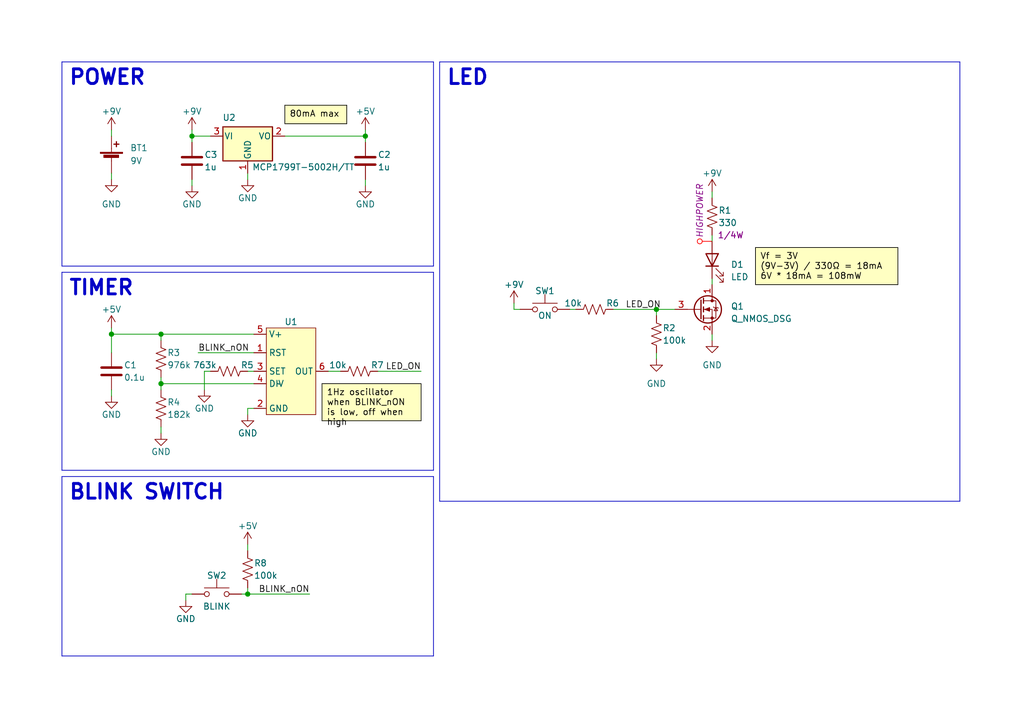
<source format=kicad_sch>
(kicad_sch (version 20230121) (generator eeschema)
  (paper "A5")
  (title_block (title "PCB_Flashlight") (rev "0") (company "Jasper Rubin"))
  (lib_symbols
    (symbol "Device:Battery_Cell" (pin_numbers hide) (pin_names (offset 0) hide)
      (property "Reference" "BT" (at 2.54 2.54 0))
      (property "Value" "Battery_Cell" (at 2.54 0 0))
      (symbol "Battery_Cell_0_1"
        (rectangle (start -2.286 1.778) (end 2.286 1.524) (fill (type outline)))
        (rectangle (start -1.5748 1.1938) (end 1.4732 0.6858) (fill (type outline)))
        (polyline (pts (xy 0 0.762) (xy 0 0)))
        (polyline (pts (xy 0 1.778) (xy 0 2.54)))
        (polyline (pts (xy 0.508 3.429) (xy 1.524 3.429)) (stroke (width 0.254)))
        (polyline (pts (xy 1.016 3.937) (xy 1.016 2.921)) (stroke (width 0.254)))
      )
      (symbol "Battery_Cell_1_1"
        (pin passive line (at 0 5.08 270) (length 2.54) (name "+") (number "1"))
        (pin passive line (at 0 -2.54 90) (length 2.54) (name "-") (number "2"))
      )
    )
    (symbol "Device:C" (pin_numbers hide) (pin_names (offset 0.254))
      (property "Reference" "C" (at 0.635 2.54 0))
      (property "Value" "C" (at 0.635 -2.54 0))
      (symbol "C_0_1"
        (polyline (pts (xy -2.032 -0.762) (xy 2.032 -0.762)) (stroke (width 0.508)))
        (polyline (pts (xy -2.032 0.762) (xy 2.032 0.762)) (stroke (width 0.508)))
      )
      (symbol "C_1_1"
        (pin passive line (at 0 3.81 270) (length 2.794) (name "~") (number "1"))
        (pin passive line (at 0 -3.81 90) (length 2.794) (name "~") (number "2"))
      )
    )
    (symbol "Device:LED" (pin_numbers hide) (pin_names (offset 1.016) hide)
      (property "Reference" "D" (at 0 2.54 0))
      (property "Value" "LED" (at 0 -2.54 0))
      (symbol "LED_0_1"
        (polyline (pts (xy -1.27 -1.27) (xy -1.27 1.27)) (stroke (width 0.254)))
        (polyline (pts (xy -1.27 0) (xy 1.27 0)))
        (polyline (pts (xy 1.27 -1.27) (xy 1.27 1.27) (xy -1.27 0) (xy 1.27 -1.27)) (stroke (width 0.254)))
        (polyline (pts (xy -3.048 -0.762) (xy -4.572 -2.286) (xy -3.81 -2.286) (xy -4.572 -2.286) (xy -4.572 -1.524)))
        (polyline (pts (xy -1.778 -0.762) (xy -3.302 -2.286) (xy -2.54 -2.286) (xy -3.302 -2.286) (xy -3.302 -1.524)))
      )
      (symbol "LED_1_1"
        (pin passive line (at -3.81 0 0) (length 2.54) (name "K") (number "1"))
        (pin passive line (at 3.81 0 180) (length 2.54) (name "A") (number "2"))
      )
    )
    (symbol "Device:Q_NMOS_DSG" (pin_names (offset 0) hide)
      (property "Reference" "Q" (at 5.08 1.27 0))
      (property "Value" "Q_NMOS_DSG" (at 5.08 -1.27 0))
      (symbol "Q_NMOS_DSG_0_1"
        (polyline (pts (xy 0.254 0) (xy -2.54 0)))
        (polyline (pts (xy 0.254 1.905) (xy 0.254 -1.905)) (stroke (width 0.254)))
        (polyline (pts (xy 0.762 -1.27) (xy 0.762 -2.286)) (stroke (width 0.254)))
        (polyline (pts (xy 0.762 0.508) (xy 0.762 -0.508)) (stroke (width 0.254)))
        (polyline (pts (xy 0.762 2.286) (xy 0.762 1.27)) (stroke (width 0.254)))
        (polyline (pts (xy 2.54 2.54) (xy 2.54 1.778)))
        (polyline (pts (xy 2.54 -2.54) (xy 2.54 0) (xy 0.762 0)))
        (polyline (pts (xy 0.762 -1.778) (xy 3.302 -1.778) (xy 3.302 1.778) (xy 0.762 1.778)))
        (polyline (pts (xy 1.016 0) (xy 2.032 0.381) (xy 2.032 -0.381) (xy 1.016 0)) (fill (type outline)))
        (polyline (pts (xy 2.794 0.508) (xy 2.921 0.381) (xy 3.683 0.381) (xy 3.81 0.254)))
        (polyline (pts (xy 3.302 0.381) (xy 2.921 -0.254) (xy 3.683 -0.254) (xy 3.302 0.381)))
        (circle (center 1.651 0) (radius 2.794) (stroke (width 0.254)))
        (circle (center 2.54 -1.778) (radius 0.254) (fill (type outline)))
        (circle (center 2.54 1.778) (radius 0.254) (fill (type outline)))
      )
      (symbol "Q_NMOS_DSG_1_1"
        (pin passive line (at 2.54 5.08 270) (length 2.54) (name "D") (number "1"))
        (pin passive line (at 2.54 -5.08 90) (length 2.54) (name "S") (number "2"))
        (pin input line (at -5.08 0 0) (length 2.54) (name "G") (number "3"))
      )
    )
    (symbol "Device:R_US" (pin_numbers hide) (pin_names (offset 0))
      (property "Reference" "R" (at 2.54 0 90))
      (property "Value" "R_US" (at -2.54 0 90))
      (symbol "R_US_0_1"
        (polyline (pts (xy 0 -2.286) (xy 0 -2.54)))
        (polyline (pts (xy 0 2.286) (xy 0 2.54)))
        (polyline (pts (xy 0 -0.762) (xy 1.016 -1.143) (xy 0 -1.524) (xy -1.016 -1.905) (xy 0 -2.286)))
        (polyline (pts (xy 0 0.762) (xy 1.016 0.381) (xy 0 0) (xy -1.016 -0.381) (xy 0 -0.762)))
        (polyline (pts (xy 0 2.286) (xy 1.016 1.905) (xy 0 1.524) (xy -1.016 1.143) (xy 0 0.762)))
      )
      (symbol "R_US_1_1"
        (pin passive line (at 0 3.81 270) (length 1.27) (name "~") (number "1"))
        (pin passive line (at 0 -3.81 90) (length 1.27) (name "~") (number "2"))
      )
    )
    (symbol "FlashlightLib:LTC6995-1"
      (property "Reference" "U" (at -3.81 10.16 0))
      (symbol "LTC6995-1_0_1"
        (rectangle (start -5.08 8.89) (end 5.08 -8.89) (fill (type background)))
      )
      (symbol "LTC6995-1_1_1"
        (pin input line (at -7.62 3.81 0) (length 2.54) (name "RST") (number "1"))
        (pin power_in line (at -7.62 -7.62 0) (length 2.54) (name "GND") (number "2"))
        (pin input line (at -7.62 0 0) (length 2.54) (name "SET") (number "3"))
        (pin input line (at -7.62 -2.54 0) (length 2.54) (name "DIV") (number "4"))
        (pin power_in line (at -7.62 7.62 0) (length 2.54) (name "V+") (number "5"))
        (pin output line (at 7.62 0 180) (length 2.54) (name "OUT") (number "6"))
      )
    )
    (symbol "Regulator_Linear:MCP1799x-500xxTT" (pin_names (offset 0.254))
      (property "Reference" "U" (at -3.81 3.175 0))
      (property "Value" "MCP1799x-500xxTT" (at 0 3.175 0))
      (symbol "MCP1799x-500xxTT_0_1"
        (rectangle (start -5.08 1.905) (end 5.08 -5.08) (stroke (width 0.254)) (fill (type background)))
      )
      (symbol "MCP1799x-500xxTT_1_1"
        (pin power_in line (at 0 -7.62 90) (length 2.54) (name "GND") (number "1"))
        (pin power_out line (at 7.62 0 180) (length 2.54) (name "VO") (number "2"))
        (pin power_in line (at -7.62 0 0) (length 2.54) (name "VI") (number "3"))
      )
    )
    (symbol "Switch:SW_Push" (pin_numbers hide) (pin_names (offset 1.016) hide)
      (property "Reference" "SW" (at 1.27 2.54 0))
      (property "Value" "SW_Push" (at 0 -1.524 0))
      (symbol "SW_Push_0_1"
        (circle (center -2.032 0) (radius 0.508))
        (polyline (pts (xy 0 1.27) (xy 0 3.048)))
        (polyline (pts (xy 2.54 1.27) (xy -2.54 1.27)))
        (circle (center 2.032 0) (radius 0.508))
        (pin passive line (at -5.08 0 0) (length 2.54) (name "1") (number "1"))
        (pin passive line (at 5.08 0 180) (length 2.54) (name "2") (number "2"))
      )
    )
    (symbol "power:+5V" (power) (pin_names (offset 0))
      (property "Value" "+5V" (at 0 3.556 0))
      (symbol "+5V_0_1"
        (polyline (pts (xy -0.762 1.27) (xy 0 2.54)))
        (polyline (pts (xy 0 0) (xy 0 2.54)))
        (polyline (pts (xy 0 2.54) (xy 0.762 1.27)))
      )
      (symbol "+5V_1_1"
        (pin power_in line (at 0 0 90) (length 0) hide (name "+5V") (number "1"))
      )
    )
    (symbol "power:+9V" (power) (pin_names (offset 0))
      (property "Value" "+9V" (at 0 3.556 0))
      (symbol "+9V_0_1"
        (polyline (pts (xy -0.762 1.27) (xy 0 2.54)))
        (polyline (pts (xy 0 0) (xy 0 2.54)))
        (polyline (pts (xy 0 2.54) (xy 0.762 1.27)))
      )
      (symbol "+9V_1_1"
        (pin power_in line (at 0 0 90) (length 0) hide (name "+9V") (number "1"))
      )
    )
    (symbol "power:GND" (power) (pin_names (offset 0))
      (property "Value" "GND" (at 0 -3.81 0))
      (symbol "GND_0_1"
        (polyline (pts (xy 0 0) (xy 0 -1.27) (xy 1.27 -1.27) (xy 0 -2.54) (xy -1.27 -1.27) (xy 0 -1.27)))
      )
      (symbol "GND_1_1"
        (pin power_in line (at 0 0 270) (length 0) hide (name "GND") (number "1"))
      )
    )
  )
  (junction (at 22.86 68.58))
  (junction (at 39.37 27.94))
  (junction (at 33.02 68.58))
  (junction (at 74.93 27.94))
  (junction (at 50.8 121.92))
  (junction (at 134.62 63.5))
  (junction (at 33.02 78.74))
  (wire (pts (xy 33.02 78.74) (xy 33.02 80.01)))
  (wire (pts (xy 50.8 35.56) (xy 50.8 36.83)))
  (wire (pts (xy 125.73 63.5) (xy 134.62 63.5)))
  (polyline (pts (xy 12.7 134.62) (xy 88.9 134.62)))
  (wire (pts (xy 22.86 80.01) (xy 22.86 81.28)))
  (wire (pts (xy 41.91 76.2) (xy 41.91 80.01)))
  (wire (pts (xy 50.8 83.82) (xy 52.07 83.82)))
  (wire (pts (xy 134.62 63.5) (xy 134.62 64.77)))
  (wire (pts (xy 39.37 26.67) (xy 39.37 27.94)))
  (wire (pts (xy 146.05 68.58) (xy 146.05 69.85)))
  (polyline (pts (xy 12.7 97.79) (xy 88.9 97.79)))
  (wire (pts (xy 22.86 26.67) (xy 22.86 27.94)))
  (wire (pts (xy 40.64 72.39) (xy 52.07 72.39)))
  (wire (pts (xy 146.05 57.15) (xy 146.05 58.42)))
  (wire (pts (xy 58.42 27.94) (xy 74.93 27.94)))
  (wire (pts (xy 50.8 76.2) (xy 52.07 76.2)))
  (polyline (pts (xy 12.7 55.88) (xy 12.7 96.52)))
  (wire (pts (xy 146.05 39.37) (xy 146.05 40.64)))
  (wire (pts (xy 105.41 62.23) (xy 105.41 63.5)))
  (polyline (pts (xy 88.9 96.52) (xy 88.9 55.88)))
  (wire (pts (xy 39.37 27.94) (xy 39.37 29.21)))
  (wire (pts (xy 22.86 68.58) (xy 33.02 68.58)))
  (wire (pts (xy 116.84 63.5) (xy 118.11 63.5)))
  (polyline (pts (xy 90.17 12.7) (xy 196.85 12.7)))
  (wire (pts (xy 38.1 123.19) (xy 38.1 121.92)))
  (wire (pts (xy 22.86 68.58) (xy 22.86 72.39)))
  (polyline (pts (xy 12.7 96.52) (xy 88.9 96.52)))
  (wire (pts (xy 38.1 121.92) (xy 39.37 121.92)))
  (wire (pts (xy 33.02 68.58) (xy 52.07 68.58)))
  (wire (pts (xy 33.02 77.47) (xy 33.02 78.74)))
  (wire (pts (xy 43.18 76.2) (xy 41.91 76.2)))
  (polyline (pts (xy 196.85 102.87) (xy 196.85 12.7)))
  (wire (pts (xy 22.86 67.31) (xy 22.86 68.58)))
  (wire (pts (xy 33.02 68.58) (xy 33.02 69.85)))
  (wire (pts (xy 49.53 121.92) (xy 50.8 121.92)))
  (polyline (pts (xy 88.9 54.61) (xy 88.9 12.7)))
  (wire (pts (xy 50.8 120.65) (xy 50.8 121.92)))
  (wire (pts (xy 50.8 121.92) (xy 63.5 121.92)))
  (polyline (pts (xy 88.9 134.62) (xy 88.9 97.79)))
  (wire (pts (xy 50.8 111.76) (xy 50.8 113.03)))
  (polyline (pts (xy 90.17 102.87) (xy 196.85 102.87)))
  (wire (pts (xy 134.62 72.39) (xy 134.62 73.66)))
  (wire (pts (xy 74.93 26.67) (xy 74.93 27.94)))
  (wire (pts (xy 50.8 85.09) (xy 50.8 83.82)))
  (polyline (pts (xy 12.7 54.61) (xy 88.9 54.61)))
  (wire (pts (xy 33.02 78.74) (xy 52.07 78.74)))
  (wire (pts (xy 134.62 63.5) (xy 138.43 63.5)))
  (polyline (pts (xy 12.7 97.79) (xy 12.7 134.62)))
  (polyline (pts (xy 90.17 12.7) (xy 90.17 102.87)))
  (wire (pts (xy 146.05 48.26) (xy 146.05 49.53)))
  (wire (pts (xy 67.31 76.2) (xy 69.85 76.2)))
  (wire (pts (xy 39.37 27.94) (xy 43.18 27.94)))
  (polyline (pts (xy 12.7 55.88) (xy 88.9 55.88)))
  (wire (pts (xy 22.86 35.56) (xy 22.86 36.83)))
  (wire (pts (xy 74.93 27.94) (xy 74.93 29.21)))
  (wire (pts (xy 33.02 87.63) (xy 33.02 88.9)))
  (wire (pts (xy 77.47 76.2) (xy 86.36 76.2)))
  (wire (pts (xy 105.41 63.5) (xy 106.68 63.5)))
  (polyline (pts (xy 12.7 12.7) (xy 12.7 54.61)))
  (wire (pts (xy 39.37 36.83) (xy 39.37 38.1)))
  (polyline (pts (xy 12.7 12.7) (xy 88.9 12.7)))
  (wire (pts (xy 74.93 36.83) (xy 74.93 38.1)))
  (text_box "1Hz oscillator when BLINK_nON is low, off when high" (at 66.04 78.74 0) (size 20.32 7.62) (stroke (width 0) (color 0 0 0 1)) (fill (type color) (color 255 255 194 1)) (effects (font (size 1.27 1.27)) (justify left top)))
  (text_box "80mA max" (at 58.42 21.59 0) (size 12.7 3.81) (stroke (width 0) (color 0 0 0 1)) (fill (type color) (color 255 255 194 1)) (effects (font (size 1.27 1.27)) (justify left top)))
  (text_box "Vf = 3V\n(9V-3V) / 330Ω = 18mA\n6V * 18mA = 108mW" (at 154.94 50.8 0) (size 29.21 7.62) (stroke (width 0) (color 0 0 0 1)) (fill (type color) (color 255 255 194 1)) (effects (font (size 1.27 1.27)) (justify left top)))
  (text "TIMER" (at 13.97 60.96 0) (effects (font (size 3 3) (thickness 0.6) bold) (justify left bottom)))
  (text "POWER" (at 13.97 17.78 0) (effects (font (size 3 3) (thickness 0.6) bold) (justify left bottom)))
  (text "BLINK SWITCH" (at 13.97 102.87 0) (effects (font (size 3 3) (thickness 0.6) bold) (justify left bottom)))
  (text "LED" (at 91.44 17.78 0) (effects (font (size 3 3) (thickness 0.6) bold) (justify left bottom)))
  (label "BLINK_nON" (at 63.5 121.92 180))
  (label "LED_ON" (at 86.36 76.2 180))
  (label "LED_ON" (at 128.27 63.5 0))
  (label "BLINK_nON" (at 40.64 72.39 0))
  (netclass_flag "" (length 2.54) (shape round) (at 146.05 49.53 90) (property "Netclass" "HIGHPOWER" (at 143.51 48.8315 90) (effects (font italic) (justify left))))
  (symbol (lib_id "power:GND") (at 134.62 73.66 0) (unit 1)
    (property "Reference" "#PWR05" (effects hide))
    (property "Value" "GND" (at 134.62 78.74 0))
  )
  (symbol (lib_id "power:GND") (at 39.37 38.1 0) (unit 1)
    (property "Reference" "#PWR018" (effects hide))
    (property "Value" "GND" (at 39.37 41.91 0))
  )
  (symbol (lib_id "Device:R_US") (at 50.8 116.84 0) (unit 1)
    (property "Reference" "R8" (at 52.07 115.57 0) (effects (justify left)))
    (property "Value" "100k" (at 52.07 118.11 0) (effects (justify left)))
  )
  (symbol (lib_id "Device:C") (at 22.86 76.2 0) (unit 1)
    (property "Reference" "C1" (at 25.4 74.93 0) (effects (justify left)))
    (property "Value" "0.1u" (at 25.4 77.47 0) (effects (justify left)))
  )
  (symbol (lib_id "Device:Battery_Cell") (at 22.86 33.02 0) (unit 1)
    (property "Reference" "BT1" (at 26.67 30.353 0) (effects (justify left)))
    (property "Value" "9V" (at 26.67 33.02 0) (effects (justify left)))
  )
  (symbol (lib_id "Device:R_US") (at 146.05 44.45 0) (unit 1)
    (property "Reference" "R1" (at 147.32 43.18 0) (effects (justify left)))
    (property "Value" "330" (at 147.32 45.72 0) (effects (justify left)))
    (property "Power" "1/4W" (at 149.86 48.26 0))
  )
  (symbol (lib_id "power:GND") (at 50.8 36.83 0) (unit 1)
    (property "Reference" "#PWR016" (effects hide))
    (property "Value" "GND" (at 50.8 40.64 0))
  )
  (symbol (lib_id "power:GND") (at 33.02 88.9 0) (unit 1)
    (property "Reference" "#PWR07" (effects hide))
    (property "Value" "GND" (at 33.02 92.71 0))
  )
  (symbol (lib_id "Device:Q_NMOS_DSG") (at 143.51 63.5 0) (unit 1)
    (property "Reference" "Q1" (at 149.86 62.865 0) (effects (justify left)))
    (property "Value" "Q_NMOS_DSG" (at 149.86 65.405 0) (effects (justify left)))
  )
  (symbol (lib_id "Device:R_US") (at 46.99 76.2 90) (unit 1)
    (property "Reference" "R5" (at 52.07 74.93 90) (effects (justify left)))
    (property "Value" "763k" (at 44.45 74.93 90) (effects (justify left)))
  )
  (symbol (lib_id "power:+9V") (at 22.86 26.67 0) (unit 1)
    (property "Reference" "#PWR02" (effects hide))
    (property "Value" "+9V" (at 22.86 22.86 0))
  )
  (symbol (lib_id "power:+5V") (at 50.8 111.76 0) (unit 1)
    (property "Reference" "#PWR012" (effects hide))
    (property "Value" "+5V" (at 50.8 107.95 0))
  )
  (symbol (lib_id "Device:C") (at 39.37 33.02 0) (unit 1)
    (property "Reference" "C3" (at 41.91 31.75 0) (effects (justify left)))
    (property "Value" "1u" (at 41.91 34.29 0) (effects (justify left)))
  )
  (symbol (lib_id "power:+5V") (at 74.93 26.67 0) (unit 1)
    (property "Reference" "#PWR015" (effects hide))
    (property "Value" "+5V" (at 74.93 22.86 0))
  )
  (symbol (lib_id "power:+9V") (at 105.41 62.23 0) (unit 1)
    (property "Reference" "#PWR010" (effects hide))
    (property "Value" "+9V" (at 105.41 58.42 0))
  )
  (symbol (lib_id "FlashlightLib:LTC6995-1") (at 59.69 76.2 0) (unit 1)
    (property "Reference" "U1" (at 59.69 66.04 0))
    (property "Value" "~" (at 57.15 78.74 0))
    (property "Footprint" "Package_TO_SOT_SMD:SOT-23-6_Handsoldering" (effects hide))
    (property "Datasheet" "https://www.analog.com/media/en/technical-documentation/data-sheets/LTC6995-6695-1-6695-2.pdf" (effects hide))
  )
  (symbol (lib_id "Device:LED") (at 146.05 53.34 90) (unit 1)
    (property "Reference" "D1" (at 149.86 54.2925 90) (effects (justify right)))
    (property "Value" "LED" (at 149.86 56.8325 90) (effects (justify right)))
  )
  (symbol (lib_id "Device:R_US") (at 33.02 83.82 0) (unit 1)
    (property "Reference" "R4" (at 34.29 82.55 0) (effects (justify left)))
    (property "Value" "182k" (at 34.29 85.09 0) (effects (justify left)))
  )
  (symbol (lib_id "power:GND") (at 50.8 85.09 0) (unit 1)
    (property "Reference" "#PWR08" (effects hide))
    (property "Value" "GND" (at 50.8 88.9 0))
  )
  (symbol (lib_id "Device:C") (at 74.93 33.02 0) (unit 1)
    (property "Reference" "C2" (at 77.47 31.75 0) (effects (justify left)))
    (property "Value" "1u" (at 77.47 34.29 0) (effects (justify left)))
  )
  (symbol (lib_id "power:GND") (at 38.1 123.19 0) (unit 1)
    (property "Reference" "#PWR011" (effects hide))
    (property "Value" "GND" (at 38.1 127 0))
  )
  (symbol (lib_id "Switch:SW_Push") (at 111.76 63.5 0) (unit 1)
    (property "Reference" "SW1" (at 111.76 59.69 0))
    (property "Value" "ON" (at 111.76 64.77 0))
  )
  (symbol (lib_id "Switch:SW_Push") (at 44.45 121.92 0) (unit 1)
    (property "Reference" "SW2" (at 44.45 118.11 0))
    (property "Value" "BLINK" (at 44.45 124.46 0))
  )
  (symbol (lib_id "power:+9V") (at 39.37 26.67 0) (unit 1)
    (property "Reference" "#PWR013" (effects hide))
    (property "Value" "+9V" (at 39.37 22.86 0))
  )
  (symbol (lib_id "Device:R_US") (at 134.62 68.58 0) (unit 1)
    (property "Reference" "R2" (at 135.89 67.31 0) (effects (justify left)))
    (property "Value" "100k" (at 135.89 69.85 0) (effects (justify left)))
  )
  (symbol (lib_id "power:GND") (at 74.93 38.1 0) (unit 1)
    (property "Reference" "#PWR017" (effects hide))
    (property "Value" "GND" (at 74.93 41.91 0))
  )
  (symbol (lib_id "power:GND") (at 22.86 36.83 0) (unit 1)
    (property "Reference" "#PWR03" (effects hide))
    (property "Value" "GND" (at 22.86 41.91 0))
  )
  (symbol (lib_id "power:GND") (at 22.86 81.28 0) (unit 1)
    (property "Reference" "#PWR014" (effects hide))
    (property "Value" "GND" (at 22.86 85.09 0))
  )
  (symbol (lib_id "Regulator_Linear:MCP1799x-500xxTT") (at 50.8 27.94 0) (unit 1)
    (property "Reference" "U2" (at 46.99 24.13 0))
    (property "Value" "MCP1799T-5002H/TT" (at 62.23 34.29 0))
    (property "Footprint" "Package_TO_SOT_SMD:SOT-23" (effects hide))
    (property "Datasheet" "https://ww1.microchip.com/downloads/en/DeviceDoc/MCP1799-Data-Sheet-20006248A.pdf" (effects hide))
  )
  (symbol (lib_id "power:+9V") (at 146.05 39.37 0) (unit 1)
    (property "Reference" "#PWR04" (effects hide))
    (property "Value" "+9V" (at 146.05 35.56 0))
  )
  (symbol (lib_id "Device:R_US") (at 73.66 76.2 90) (unit 1)
    (property "Reference" "R7" (at 78.74 74.93 90) (effects (justify left)))
    (property "Value" "10k" (at 71.12 74.93 90) (effects (justify left)))
  )
  (symbol (lib_id "power:GND") (at 146.05 69.85 0) (unit 1)
    (property "Reference" "#PWR01" (effects hide))
    (property "Value" "GND" (at 146.05 74.93 0))
  )
  (symbol (lib_id "Device:R_US") (at 121.92 63.5 90) (unit 1)
    (property "Reference" "R6" (at 127 62.23 90) (effects (justify left)))
    (property "Value" "10k" (at 119.38 62.23 90) (effects (justify left)))
  )
  (symbol (lib_id "Device:R_US") (at 33.02 73.66 0) (unit 1)
    (property "Reference" "R3" (at 34.29 72.39 0) (effects (justify left)))
    (property "Value" "976k" (at 34.29 74.93 0) (effects (justify left)))
  )
  (symbol (lib_id "power:+5V") (at 22.86 67.31 0) (unit 1)
    (property "Reference" "#PWR06" (effects hide))
    (property "Value" "+5V" (at 22.86 63.5 0))
  )
  (symbol (lib_id "power:GND") (at 41.91 80.01 0) (unit 1)
    (property "Reference" "#PWR09" (effects hide))
    (property "Value" "GND" (at 41.91 83.82 0))
  )
)
</source>
